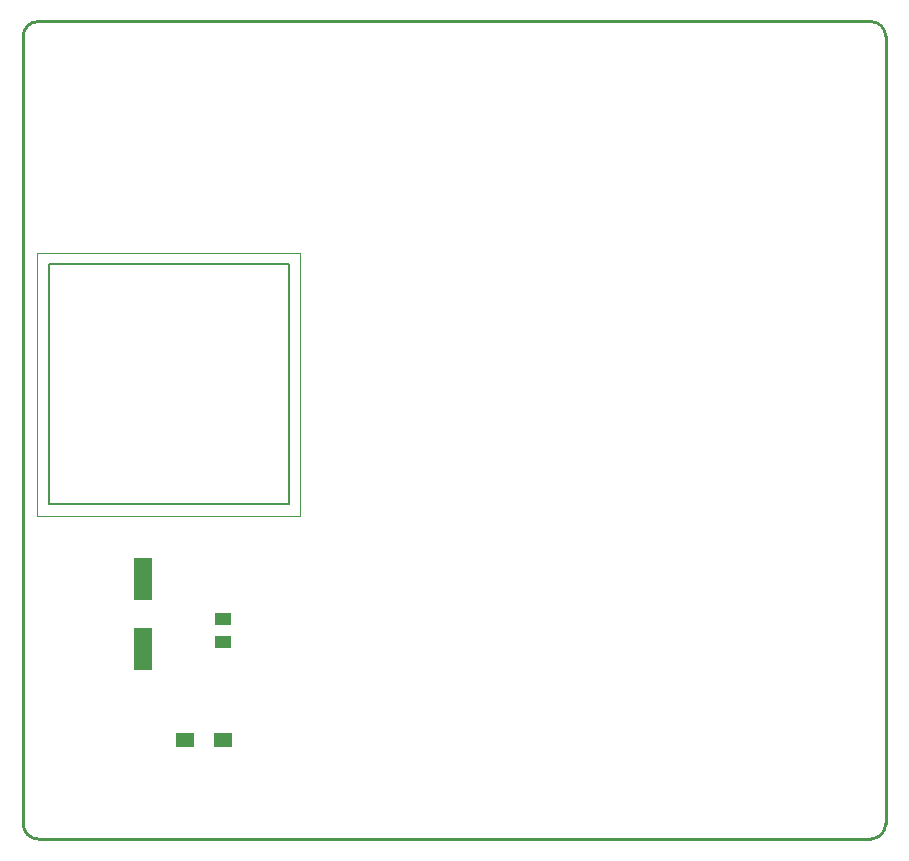
<source format=gtp>
G04 Layer_Color=8421504*
%FSLAX25Y25*%
%MOIN*%
G70*
G01*
G75*
%ADD10R,0.06299X0.04724*%
G04:AMPARAMS|DCode=11|XSize=141.73mil|YSize=62.99mil|CornerRadius=7.87mil|HoleSize=0mil|Usage=FLASHONLY|Rotation=270.000|XOffset=0mil|YOffset=0mil|HoleType=Round|Shape=RoundedRectangle|*
%AMROUNDEDRECTD11*
21,1,0.14173,0.04724,0,0,270.0*
21,1,0.12598,0.06299,0,0,270.0*
1,1,0.01575,-0.02362,-0.06299*
1,1,0.01575,-0.02362,0.06299*
1,1,0.01575,0.02362,0.06299*
1,1,0.01575,0.02362,-0.06299*
%
%ADD11ROUNDEDRECTD11*%
%ADD12R,0.05512X0.04331*%
%ADD14C,0.01000*%
%ADD15C,0.00787*%
%ADD16C,0.00394*%
D10*
X204691Y153000D02*
D03*
X192092D02*
D03*
D11*
X178000Y206614D02*
D03*
Y183386D02*
D03*
D12*
X204500Y193437D02*
D03*
Y185563D02*
D03*
D14*
X143000Y392500D02*
G03*
X138000Y387500I0J-5000D01*
G01*
Y125000D02*
G03*
X143000Y120000I5000J0D01*
G01*
X420500D02*
G03*
X425500Y125000I0J5000D01*
G01*
Y387500D02*
G03*
X420500Y392500I-5000J0D01*
G01*
X143000D02*
X305000D01*
X138000Y125000D02*
Y387500D01*
X143000Y120000D02*
X420500D01*
X425500Y125000D02*
Y387500D01*
X305000Y392500D02*
X420500D01*
D15*
X146500Y231500D02*
X226500D01*
Y311500D01*
X146500D02*
X226500D01*
X146500Y231500D02*
Y311500D01*
D16*
X142563Y227563D02*
X230437D01*
Y315437D01*
X142563D02*
X230437D01*
X142563Y227563D02*
Y315437D01*
M02*

</source>
